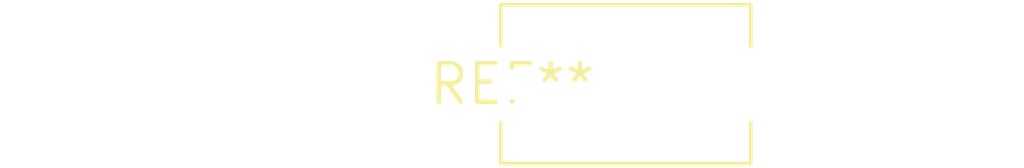
<source format=kicad_pcb>
(kicad_pcb (version 20240108) (generator pcbnew)
  (layers (0 "F.Cu" signal) (31 "B.Cu" signal) (34 "B.Paste" user) (35 "F.Paste" user) (36 "B.SilkS" user "B.Silkscreen") (37 "F.SilkS" user "F.Silkscreen") (38 "B.Mask" user) (39 "F.Mask" user) (44 "Edge.Cuts" user))
  (net 0 "")
  (footprint "C_Disc_D8.0mm_W5.0mm_P7.50mm" (layer "F.Cu") (at 0 0)
    (property "Reference" "REF**")
    (property "Value" "C_Disc_D8.0mm_W5.0mm_P7.50mm")
    (fp_line (start -0.37 -2.62) (end -0.37 -1.256) (layer "F.SilkS") (stroke (width 0.12)))
    (fp_line (start -0.37 -2.62) (end 7.87 -2.62) (layer "F.SilkS") (stroke (width 0.12)))
    (fp_line (start -0.37 1.256) (end -0.37 2.62) (layer "F.SilkS") (stroke (width 0.12)))
    (fp_line (start -0.37 2.62) (end 7.87 2.62) (layer "F.SilkS") (stroke (width 0.12)))
    (fp_line (start 7.87 -2.62) (end 7.87 -1.256) (layer "F.SilkS") (stroke (width 0.12)))
    (fp_line (start 7.87 1.256) (end 7.87 2.62) (layer "F.SilkS") (stroke (width 0.12)))
    (pad "1" thru_hole circle (at 0 0) (size 2 2) (drill 1) (layers *.Cu *.Mask) (remove_unused_layers))
    (pad "2" thru_hole circle (at 7.5 0) (size 2 2) (drill 1) (layers *.Cu *.Mask) (remove_unused_layers))
  )
)
</source>
